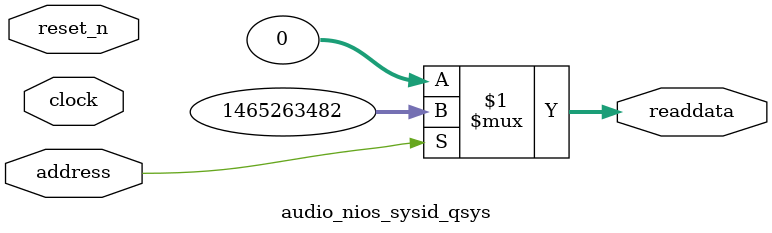
<source format=v>

`timescale 1ns / 1ps
// synthesis translate_on

// turn off superfluous verilog processor warnings 
// altera message_level Level1 
// altera message_off 10034 10035 10036 10037 10230 10240 10030 

module audio_nios_sysid_qsys (
               // inputs:
                address,
                clock,
                reset_n,

               // outputs:
                readdata
             )
;

  output  [ 31: 0] readdata;
  input            address;
  input            clock;
  input            reset_n;

  wire    [ 31: 0] readdata;
  //control_slave, which is an e_avalon_slave
  assign readdata = address ? 1465263482 : 0;

endmodule




</source>
